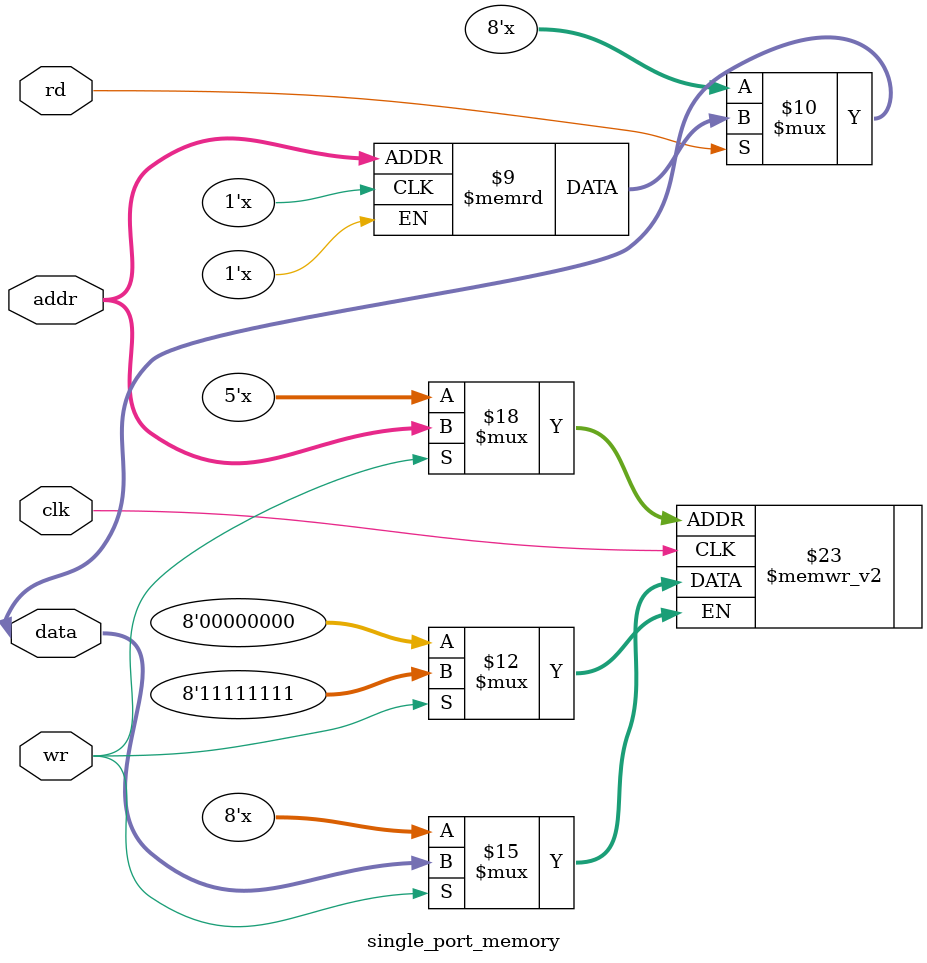
<source format=v>
module single_port_memory #(
    parameter AWIDTH = 5,   // Address width (32 locations)
    parameter DWIDTH = 8    // Data width (8-bit words)
)
(
    input  wire                clk,   // Clock
    input  wire                wr,    // Write enable
    input  wire                rd,    // Read enable
    input  wire [AWIDTH-1:0]   addr,  // Address
    inout  wire [DWIDTH-1:0]   data   // Bidirectional data bus
);

    // Memory array with 2^AWIDTH locations
    reg [DWIDTH-1:0] mem [0:(2**AWIDTH)-1];

    // Synchronous write
    always @(posedge clk) begin
        if (wr)
            mem[addr] <= data;
    end

    // Asynchronous read
    assign data = rd ? mem[addr] : {DWIDTH{1'bz}};

endmodule

</source>
